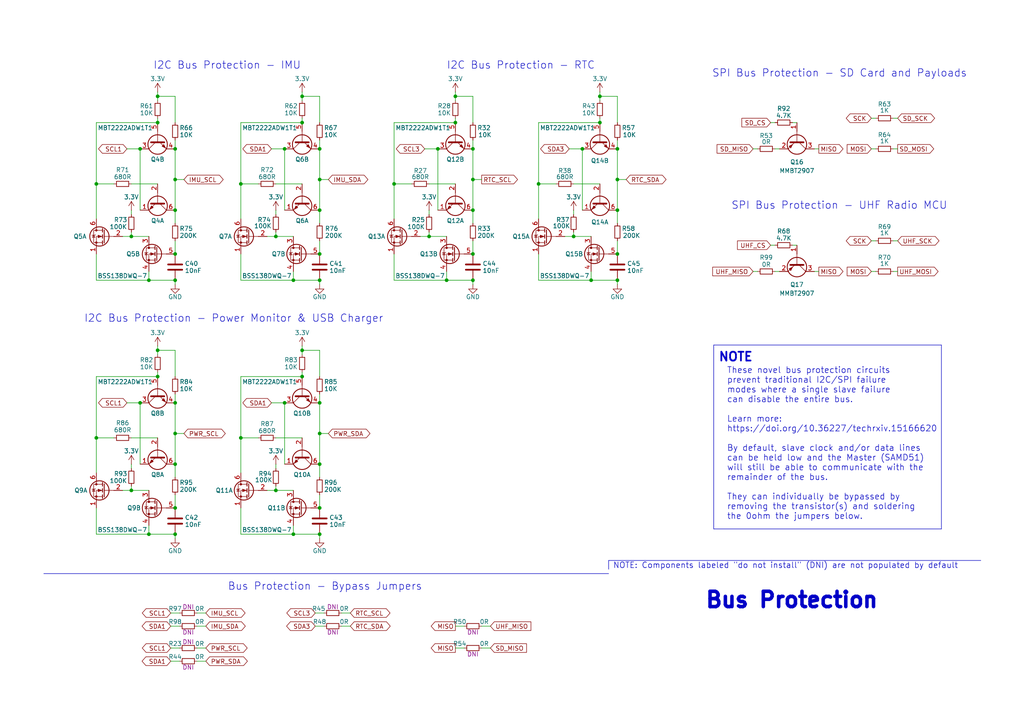
<source format=kicad_sch>
(kicad_sch (version 20231120) (generator "eeschema") (generator_version "8.0")
  (paper "A4")
  (title_block (title "Mainboard") (date "2024-06-16") (rev "v1.1") (company "Argus-1") (comment 1 "M. Holliday") (comment 2 "N. Khera"))
  (junction (at 50.8 147.32))
  (junction (at 92.71 52.07))
  (junction (at 137.16 60.96))
  (junction (at 87.63 101.6))
  (junction (at 137.16 43.18))
  (junction (at 114.3 53.34))
  (junction (at 50.8 116.84))
  (junction (at 132.08 27.94))
  (junction (at 137.16 81.28))
  (junction (at 124.46 68.58))
  (junction (at 50.8 134.62))
  (junction (at 45.72 35.56))
  (junction (at 82.55 116.84))
  (junction (at 179.07 43.18))
  (junction (at 85.09 154.94))
  (junction (at 179.07 73.66))
  (junction (at 45.72 27.94))
  (junction (at 50.8 73.66))
  (junction (at 40.64 43.18))
  (junction (at 173.99 27.94))
  (junction (at 92.71 60.96))
  (junction (at 43.18 81.28))
  (junction (at 179.07 81.28))
  (junction (at 50.8 43.18))
  (junction (at 92.71 116.84))
  (junction (at 166.37 68.58))
  (junction (at 137.16 73.66))
  (junction (at 45.72 101.6))
  (junction (at 50.8 81.28))
  (junction (at 132.08 35.56))
  (junction (at 50.8 125.73))
  (junction (at 50.8 154.94))
  (junction (at 137.16 52.07))
  (junction (at 43.18 154.94))
  (junction (at 92.71 81.28))
  (junction (at 50.8 60.96))
  (junction (at 87.63 109.22))
  (junction (at 127 43.18))
  (junction (at 38.1 68.58))
  (junction (at 92.71 154.94))
  (junction (at 179.07 60.96))
  (junction (at 27.94 127))
  (junction (at 80.01 68.58))
  (junction (at 179.07 52.07))
  (junction (at 87.63 35.56))
  (junction (at 129.54 81.28))
  (junction (at 92.71 125.73))
  (junction (at 27.94 53.34))
  (junction (at 80.01 142.24))
  (junction (at 45.72 109.22))
  (junction (at 171.45 81.28))
  (junction (at 50.8 52.07))
  (junction (at 69.85 127))
  (junction (at 87.63 27.94))
  (junction (at 92.71 43.18))
  (junction (at 69.85 53.34))
  (junction (at 82.55 43.18))
  (junction (at 40.64 116.84))
  (junction (at 38.1 142.24))
  (junction (at 92.71 147.32))
  (junction (at 173.99 35.56))
  (junction (at 168.91 43.18))
  (junction (at 156.21 53.34))
  (junction (at 92.71 134.62))
  (junction (at 92.71 73.66))
  (junction (at 85.09 81.28))
  (wire (pts (xy 40.64 43.18) (xy 40.64 60.96)))
  (wire (pts (xy 40.64 116.84) (xy 40.64 134.62)))
  (wire (pts (xy 49.53 177.8) (xy 52.07 177.8)))
  (wire (pts (xy 173.99 27.94) (xy 173.99 29.21)))
  (wire (pts (xy 69.85 73.66) (xy 69.85 81.28)))
  (wire (pts (xy 132.08 187.96) (xy 134.62 187.96)))
  (wire (pts (xy 49.53 187.96) (xy 52.07 187.96)))
  (wire (pts (xy 179.07 52.07) (xy 179.07 43.18)))
  (wire (pts (xy 80.01 142.24) (xy 85.09 142.24)))
  (wire (pts (xy 129.54 81.28) (xy 137.16 81.28)))
  (wire (pts (xy 252.73 34.29) (xy 254 34.29)))
  (wire (pts (xy 99.06 177.8) (xy 101.6 177.8)))
  (wire (pts (xy 91.44 177.8) (xy 93.98 177.8)))
  (wire (pts (xy 139.7 187.96) (xy 142.24 187.96)))
  (wire (pts (xy 156.21 35.56) (xy 173.99 35.56)))
  (wire (pts (xy 50.8 134.62) (xy 50.8 125.73)))
  (wire (pts (xy 49.53 191.77) (xy 52.07 191.77)))
  (wire (pts (xy 123.19 43.18) (xy 127 43.18)))
  (wire (pts (xy 50.8 40.64) (xy 50.8 43.18)))
  (wire (pts (xy 80.01 127) (xy 87.63 127)))
  (wire (pts (xy 78.74 116.84) (xy 82.55 116.84)))
  (wire (pts (xy 166.37 68.58) (xy 171.45 68.58)))
  (wire (pts (xy 80.01 67.31) (xy 80.01 68.58)))
  (wire (pts (xy 45.72 34.29) (xy 45.72 35.56)))
  (wire (pts (xy 224.79 43.18) (xy 226.06 43.18)))
  (wire (pts (xy 87.63 26.67) (xy 87.63 27.94)))
  (wire (pts (xy 129.54 78.74) (xy 129.54 81.28)))
  (wire (pts (xy 114.3 81.28) (xy 129.54 81.28)))
  (wire (pts (xy 57.15 177.8) (xy 59.69 177.8)))
  (wire (pts (xy 121.92 68.58) (xy 124.46 68.58)))
  (wire (pts (xy 137.16 60.96) (xy 137.16 64.77)))
  (wire (pts (xy 80.01 134.62) (xy 80.01 135.89)))
  (wire (pts (xy 38.1 134.62) (xy 38.1 135.89)))
  (wire (pts (xy 27.94 127) (xy 33.02 127)))
  (wire (pts (xy 80.01 68.58) (xy 85.09 68.58)))
  (wire (pts (xy 50.8 154.94) (xy 50.8 156.21)))
  (wire (pts (xy 259.08 34.29) (xy 260.35 34.29)))
  (wire (pts (xy 92.71 125.73) (xy 92.71 116.84)))
  (wire (pts (xy 82.55 43.18) (xy 82.55 60.96)))
  (wire (pts (xy 50.8 52.07) (xy 50.8 43.18)))
  (wire (pts (xy 137.16 52.07) (xy 137.16 43.18)))
  (wire (pts (xy 132.08 34.29) (xy 132.08 35.56)))
  (wire (pts (xy 43.18 78.74) (xy 43.18 81.28)))
  (wire (pts (xy 50.8 101.6) (xy 45.72 101.6)))
  (wire (pts (xy 259.08 78.74) (xy 260.35 78.74)))
  (wire (pts (xy 53.34 125.73) (xy 50.8 125.73)))
  (wire (pts (xy 114.3 63.5) (xy 114.3 53.34)))
  (polyline (pts (xy 176.53 162.56) (xy 284.48 162.56)))
  (wire (pts (xy 80.01 53.34) (xy 87.63 53.34)))
  (wire (pts (xy 85.09 81.28) (xy 92.71 81.28)))
  (wire (pts (xy 179.07 40.64) (xy 179.07 43.18)))
  (wire (pts (xy 224.79 78.74) (xy 226.06 78.74)))
  (wire (pts (xy 259.08 69.85) (xy 260.35 69.85)))
  (wire (pts (xy 237.49 78.74) (xy 236.22 78.74)))
  (wire (pts (xy 35.56 68.58) (xy 38.1 68.58)))
  (wire (pts (xy 27.94 53.34) (xy 27.94 35.56)))
  (wire (pts (xy 156.21 63.5) (xy 156.21 53.34)))
  (wire (pts (xy 223.52 35.56) (xy 224.79 35.56)))
  (wire (pts (xy 45.72 27.94) (xy 45.72 29.21)))
  (wire (pts (xy 45.72 107.95) (xy 45.72 109.22)))
  (wire (pts (xy 139.7 181.61) (xy 142.24 181.61)))
  (wire (pts (xy 92.71 134.62) (xy 92.71 125.73)))
  (wire (pts (xy 92.71 60.96) (xy 92.71 64.77)))
  (wire (pts (xy 179.07 27.94) (xy 173.99 27.94)))
  (wire (pts (xy 50.8 60.96) (xy 50.8 52.07)))
  (wire (pts (xy 229.87 71.12) (xy 231.14 71.12)))
  (wire (pts (xy 92.71 154.94) (xy 92.71 156.21)))
  (wire (pts (xy 92.71 40.64) (xy 92.71 43.18)))
  (wire (pts (xy 218.44 43.18) (xy 219.71 43.18)))
  (wire (pts (xy 166.37 53.34) (xy 173.99 53.34)))
  (wire (pts (xy 99.06 181.61) (xy 101.6 181.61)))
  (wire (pts (xy 87.63 107.95) (xy 87.63 109.22)))
  (wire (pts (xy 124.46 67.31) (xy 124.46 68.58)))
  (wire (pts (xy 45.72 101.6) (xy 45.72 100.33)))
  (wire (pts (xy 57.15 181.61) (xy 59.69 181.61)))
  (wire (pts (xy 45.72 26.67) (xy 45.72 27.94)))
  (wire (pts (xy 35.56 142.24) (xy 38.1 142.24)))
  (wire (pts (xy 127 43.18) (xy 127 60.96)))
  (wire (pts (xy 114.3 53.34) (xy 114.3 35.56)))
  (wire (pts (xy 36.83 43.18) (xy 40.64 43.18)))
  (wire (pts (xy 50.8 114.3) (xy 50.8 116.84)))
  (wire (pts (xy 27.94 63.5) (xy 27.94 53.34)))
  (wire (pts (xy 43.18 152.4) (xy 43.18 154.94)))
  (wire (pts (xy 50.8 101.6) (xy 50.8 109.22)))
  (wire (pts (xy 132.08 26.67) (xy 132.08 27.94)))
  (wire (pts (xy 38.1 127) (xy 45.72 127)))
  (wire (pts (xy 137.16 27.94) (xy 132.08 27.94)))
  (wire (pts (xy 50.8 143.51) (xy 50.8 147.32)))
  (wire (pts (xy 69.85 127) (xy 69.85 109.22)))
  (wire (pts (xy 92.71 27.94) (xy 87.63 27.94)))
  (wire (pts (xy 237.49 43.18) (xy 236.22 43.18)))
  (wire (pts (xy 124.46 68.58) (xy 129.54 68.58)))
  (wire (pts (xy 77.47 142.24) (xy 80.01 142.24)))
  (wire (pts (xy 156.21 81.28) (xy 171.45 81.28)))
  (wire (pts (xy 132.08 181.61) (xy 134.62 181.61)))
  (wire (pts (xy 92.71 60.96) (xy 92.71 52.07)))
  (wire (pts (xy 179.07 60.96) (xy 179.07 52.07)))
  (wire (pts (xy 45.72 101.6) (xy 45.72 102.87)))
  (wire (pts (xy 92.71 69.85) (xy 92.71 73.66)))
  (wire (pts (xy 171.45 81.28) (xy 179.07 81.28)))
  (wire (pts (xy 38.1 142.24) (xy 43.18 142.24)))
  (polyline (pts (xy 207.01 100.076) (xy 207.01 153.416)))
  (wire (pts (xy 173.99 26.67) (xy 173.99 27.94)))
  (wire (pts (xy 92.71 101.6) (xy 87.63 101.6)))
  (wire (pts (xy 92.71 81.28) (xy 92.71 82.55)))
  (wire (pts (xy 50.8 81.28) (xy 50.8 82.55)))
  (wire (pts (xy 69.85 81.28) (xy 85.09 81.28)))
  (wire (pts (xy 27.94 137.16) (xy 27.94 127)))
  (wire (pts (xy 114.3 73.66) (xy 114.3 81.28)))
  (wire (pts (xy 87.63 100.33) (xy 87.63 101.6)))
  (wire (pts (xy 77.47 68.58) (xy 80.01 68.58)))
  (wire (pts (xy 69.85 154.94) (xy 85.09 154.94)))
  (wire (pts (xy 85.09 78.74) (xy 85.09 81.28)))
  (wire (pts (xy 252.73 43.18) (xy 254 43.18)))
  (wire (pts (xy 53.34 52.07) (xy 50.8 52.07)))
  (wire (pts (xy 137.16 40.64) (xy 137.16 43.18)))
  (wire (pts (xy 50.8 27.94) (xy 50.8 35.56)))
  (wire (pts (xy 87.63 27.94) (xy 87.63 29.21)))
  (wire (pts (xy 69.85 137.16) (xy 69.85 127)))
  (wire (pts (xy 50.8 27.94) (xy 45.72 27.94)))
  (wire (pts (xy 179.07 27.94) (xy 179.07 35.56)))
  (wire (pts (xy 27.94 147.32) (xy 27.94 154.94)))
  (wire (pts (xy 229.87 35.56) (xy 231.14 35.56)))
  (wire (pts (xy 38.1 53.34) (xy 45.72 53.34)))
  (wire (pts (xy 156.21 53.34) (xy 156.21 35.56)))
  (wire (pts (xy 168.91 43.18) (xy 168.91 60.96)))
  (polyline (pts (xy 176.53 165.1) (xy 176.53 162.56)))
  (wire (pts (xy 27.94 154.94) (xy 43.18 154.94)))
  (wire (pts (xy 43.18 81.28) (xy 50.8 81.28)))
  (wire (pts (xy 166.37 67.31) (xy 166.37 68.58)))
  (wire (pts (xy 252.73 69.85) (xy 254 69.85)))
  (wire (pts (xy 137.16 27.94) (xy 137.16 35.56)))
  (wire (pts (xy 137.16 69.85) (xy 137.16 73.66)))
  (wire (pts (xy 27.94 109.22) (xy 45.72 109.22)))
  (wire (pts (xy 95.25 52.07) (xy 92.71 52.07)))
  (wire (pts (xy 27.94 53.34) (xy 33.02 53.34)))
  (wire (pts (xy 50.8 60.96) (xy 50.8 64.77)))
  (wire (pts (xy 179.07 60.96) (xy 179.07 64.77)))
  (wire (pts (xy 156.21 53.34) (xy 161.29 53.34)))
  (wire (pts (xy 69.85 35.56) (xy 87.63 35.56)))
  (wire (pts (xy 80.01 140.97) (xy 80.01 142.24)))
  (wire (pts (xy 38.1 67.31) (xy 38.1 68.58)))
  (wire (pts (xy 36.83 116.84) (xy 40.64 116.84)))
  (wire (pts (xy 57.15 187.96) (xy 59.69 187.96)))
  (wire (pts (xy 87.63 101.6) (xy 87.63 102.87)))
  (wire (pts (xy 91.44 181.61) (xy 93.98 181.61)))
  (wire (pts (xy 179.07 81.28) (xy 179.07 82.55)))
  (wire (pts (xy 163.83 68.58) (xy 166.37 68.58)))
  (wire (pts (xy 173.99 34.29) (xy 173.99 35.56)))
  (wire (pts (xy 50.8 125.73) (xy 50.8 116.84)))
  (wire (pts (xy 156.21 73.66) (xy 156.21 81.28)))
  (wire (pts (xy 27.94 35.56) (xy 45.72 35.56)))
  (wire (pts (xy 69.85 53.34) (xy 74.93 53.34)))
  (wire (pts (xy 27.94 81.28) (xy 43.18 81.28)))
  (wire (pts (xy 181.61 52.07) (xy 179.07 52.07)))
  (wire (pts (xy 137.16 60.96) (xy 137.16 52.07)))
  (wire (pts (xy 218.44 78.74) (xy 219.71 78.74)))
  (wire (pts (xy 139.7 52.07) (xy 137.16 52.07)))
  (wire (pts (xy 171.45 78.74) (xy 171.45 81.28)))
  (wire (pts (xy 114.3 35.56) (xy 132.08 35.56)))
  (wire (pts (xy 179.07 69.85) (xy 179.07 73.66)))
  (wire (pts (xy 78.74 43.18) (xy 82.55 43.18)))
  (wire (pts (xy 27.94 127) (xy 27.94 109.22)))
  (polyline (pts (xy 273.05 100.076) (xy 207.01 100.076)))
  (wire (pts (xy 223.52 71.12) (xy 224.79 71.12)))
  (wire (pts (xy 124.46 53.34) (xy 132.08 53.34)))
  (wire (pts (xy 43.18 154.94) (xy 50.8 154.94)))
  (wire (pts (xy 27.94 73.66) (xy 27.94 81.28)))
  (wire (pts (xy 252.73 78.74) (xy 254 78.74)))
  (wire (pts (xy 85.09 152.4) (xy 85.09 154.94)))
  (wire (pts (xy 92.71 52.07) (xy 92.71 43.18)))
  (wire (pts (xy 38.1 60.96) (xy 38.1 62.23)))
  (polyline (pts (xy 12.7 166.37) (xy 176.53 166.37)))
  (wire (pts (xy 69.85 63.5) (xy 69.85 53.34)))
  (polyline (pts (xy 273.05 153.416) (xy 273.05 100.076)))
  (wire (pts (xy 69.85 127) (xy 74.93 127)))
  (wire (pts (xy 124.46 60.96) (xy 124.46 62.23)))
  (wire (pts (xy 69.85 109.22) (xy 87.63 109.22)))
  (wire (pts (xy 92.71 143.51) (xy 92.71 147.32)))
  (wire (pts (xy 82.55 116.84) (xy 82.55 134.62)))
  (wire (pts (xy 50.8 69.85) (xy 50.8 73.66)))
  (wire (pts (xy 69.85 53.34) (xy 69.85 35.56)))
  (wire (pts (xy 38.1 68.58) (xy 43.18 68.58)))
  (wire (pts (xy 92.71 101.6) (xy 92.71 109.22)))
  (wire (pts (xy 92.71 114.3) (xy 92.71 116.84)))
  (wire (pts (xy 38.1 140.97) (xy 38.1 142.24)))
  (wire (pts (xy 87.63 34.29) (xy 87.63 35.56)))
  (wire (pts (xy 92.71 134.62) (xy 92.71 138.43)))
  (wire (pts (xy 85.09 154.94) (xy 92.71 154.94)))
  (wire (pts (xy 80.01 60.96) (xy 80.01 62.23)))
  (polyline (pts (xy 207.01 153.416) (xy 273.05 153.416)))
  (wire (pts (xy 50.8 134.62) (xy 50.8 138.43)))
  (wire (pts (xy 166.37 60.96) (xy 166.37 62.23)))
  (wire (pts (xy 69.85 147.32) (xy 69.85 154.94)))
  (wire (pts (xy 259.08 43.18) (xy 260.35 43.18)))
  (wire (pts (xy 132.08 27.94) (xy 132.08 29.21)))
  (wire (pts (xy 95.25 125.73) (xy 92.71 125.73)))
  (wire (pts (xy 57.15 191.77) (xy 59.69 191.77)))
  (wire (pts (xy 165.1 43.18) (xy 168.91 43.18)))
  (wire (pts (xy 137.16 82.55) (xy 137.16 81.28)))
  (wire (pts (xy 49.53 181.61) (xy 52.07 181.61)))
  (wire (pts (xy 114.3 53.34) (xy 119.38 53.34)))
  (wire (pts (xy 92.71 27.94) (xy 92.71 35.56)))
  (text "I2C Bus Protection - RTC" (at 129.54 20.32 0) (effects (font (size 2.159 2.159)) (justify left bottom)))
  (text "I2C Bus Protection - Power Monitor & USB Charger" (at 24.384 93.726 0) (effects (font (size 2.159 2.159)) (justify left bottom)))
  (text "SPI Bus Protection - UHF Radio MCU" (at 212.09 60.96 0) (effects (font (size 2.159 2.159)) (justify left bottom)))
  (text "SPI Bus Protection - SD Card and Payloads" (at 206.502 22.606 0) (effects (font (size 2.159 2.159)) (justify left bottom)))
  (text "These novel bus protection circuits\nprevent traditional I2C/SPI failure \nmodes where a single slave failure\ncan disable the entire bus.\n\nLearn more: \nhttps://doi.org/10.36227/techrxiv.15166620\n\nBy default, slave clock and/or data lines \ncan be held low and the Master (SAMD51) \nwill still be able to communicate with the \nremainder of the bus.\n\nThey can individually be bypassed by \nremoving the transistor(s) and soldering\nthe 0ohm the jumpers below." (at 210.82 150.876 0) (effects (font (size 1.7526 1.7526)) (justify left bottom)))
  (text "NOTE" (at 208.28 105.156 0) (effects (font (size 2.54 2.54) (thickness 0.508) (bold yes)) (justify left bottom)))
  (text "I2C Bus Protection - IMU" (at 44.45 20.32 0) (effects (font (size 2.159 2.159)) (justify left bottom)))
  (text "Bus Protection - Bypass Jumpers" (at 66.04 171.45 0) (effects (font (size 2.159 2.159)) (justify left bottom)))
  (text "NOTE: Components labeled \"do not install\" (DNI) are not populated by default" (at 177.8 165.1 0) (effects (font (size 1.651 1.651)) (justify left bottom)))
  (text "Bus Protection" (at 204.216 176.784 0) (effects (font (size 4.445 4.445) (thickness 1.016) (bold yes)) (justify left bottom)))
  (global_label "SD_SCK" (shape bidirectional) (at 260.35 34.29 0) (property "Intersheetrefs" "${INTERSHEET_REFS}" (effects (hide yes))))
  (global_label "SDA1" (shape bidirectional) (at 78.74 43.18 180) (property "Intersheetrefs" "${INTERSHEET_REFS}" (effects (hide yes))))
  (global_label "SD_MISO" (shape input) (at 218.44 43.18 180) (property "Intersheetrefs" "${INTERSHEET_REFS}" (effects (hide yes))))
  (global_label "IMU_SDA" (shape bidirectional) (at 59.69 181.61 0) (property "Intersheetrefs" "${INTERSHEET_REFS}" (effects (hide yes))))
  (global_label "RTC_SCL" (shape bidirectional) (at 101.6 177.8 0) (property "Intersheetrefs" "${INTERSHEET_REFS}" (effects (hide yes))))
  (global_label "MISO" (shape output) (at 132.08 181.61 180) (property "Intersheetrefs" "${INTERSHEET_REFS}" (effects (hide yes))))
  (global_label "PWR_SDA" (shape bidirectional) (at 59.69 191.77 0) (property "Intersheetrefs" "${INTERSHEET_REFS}" (effects (hide yes))))
  (global_label "SD_MOSI" (shape output) (at 260.35 43.18 0) (property "Intersheetrefs" "${INTERSHEET_REFS}" (effects (hide yes))))
  (global_label "RTC_SDA" (shape bidirectional) (at 181.61 52.07 0) (property "Intersheetrefs" "${INTERSHEET_REFS}" (effects (hide yes))))
  (global_label "MISO" (shape output) (at 132.08 187.96 180) (property "Intersheetrefs" "${INTERSHEET_REFS}" (effects (hide yes))))
  (global_label "SD_CS" (shape input) (at 223.52 35.56 180) (property "Intersheetrefs" "${INTERSHEET_REFS}" (effects (hide yes))))
  (global_label "SCL1" (shape bidirectional) (at 49.53 177.8 180) (property "Intersheetrefs" "${INTERSHEET_REFS}" (effects (hide yes))))
  (global_label "SCL1" (shape bidirectional) (at 49.53 187.96 180) (property "Intersheetrefs" "${INTERSHEET_REFS}" (effects (hide yes))))
  (global_label "UHF_MISO" (shape input) (at 218.44 78.74 180) (property "Intersheetrefs" "${INTERSHEET_REFS}" (effects (hide yes))))
  (global_label "SCL3" (shape bidirectional) (at 91.44 177.8 180) (property "Intersheetrefs" "${INTERSHEET_REFS}" (effects (hide yes))))
  (global_label "SCL3" (shape bidirectional) (at 123.19 43.18 180) (property "Intersheetrefs" "${INTERSHEET_REFS}" (effects (hide yes))))
  (global_label "SCK" (shape bidirectional) (at 252.73 34.29 180) (property "Intersheetrefs" "${INTERSHEET_REFS}" (effects (hide yes))))
  (global_label "SCK" (shape bidirectional) (at 252.73 69.85 180) (property "Intersheetrefs" "${INTERSHEET_REFS}" (effects (hide yes))))
  (global_label "IMU_SCL" (shape bidirectional) (at 59.69 177.8 0) (property "Intersheetrefs" "${INTERSHEET_REFS}" (effects (hide yes))))
  (global_label "PWR_SDA" (shape bidirectional) (at 95.25 125.73 0) (property "Intersheetrefs" "${INTERSHEET_REFS}" (effects (hide yes))))
  (global_label "MISO" (shape output) (at 237.49 43.18 0) (property "Intersheetrefs" "${INTERSHEET_REFS}" (effects (hide yes))))
  (global_label "MOSI" (shape input) (at 252.73 43.18 180) (property "Intersheetrefs" "${INTERSHEET_REFS}" (effects (hide yes))))
  (global_label "PWR_SCL" (shape bidirectional) (at 53.34 125.73 0) (property "Intersheetrefs" "${INTERSHEET_REFS}" (effects (hide yes))))
  (global_label "SDA3" (shape bidirectional) (at 165.1 43.18 180) (property "Intersheetrefs" "${INTERSHEET_REFS}" (effects (hide yes))))
  (global_label "SDA3" (shape bidirectional) (at 91.44 181.61 180) (property "Intersheetrefs" "${INTERSHEET_REFS}" (effects (hide yes))))
  (global_label "MISO" (shape output) (at 237.49 78.74 0) (property "Intersheetrefs" "${INTERSHEET_REFS}" (effects (hide yes))))
  (global_label "IMU_SDA" (shape bidirectional) (at 95.25 52.07 0) (property "Intersheetrefs" "${INTERSHEET_REFS}" (effects (hide yes))))
  (global_label "MOSI" (shape input) (at 252.73 78.74 180) (property "Intersheetrefs" "${INTERSHEET_REFS}" (effects (hide yes))))
  (global_label "SCL1" (shape bidirectional) (at 36.83 116.84 180) (property "Intersheetrefs" "${INTERSHEET_REFS}" (effects (hide yes))))
  (global_label "SDA1" (shape bidirectional) (at 78.74 116.84 180) (property "Intersheetrefs" "${INTERSHEET_REFS}" (effects (hide yes))))
  (global_label "UHF_MISO" (shape input) (at 142.24 181.61 0) (property "Intersheetrefs" "${INTERSHEET_REFS}" (effects (hide yes))))
  (global_label "UHF_SCK" (shape bidirectional) (at 260.35 69.85 0) (property "Intersheetrefs" "${INTERSHEET_REFS}" (effects (hide yes))))
  (global_label "SD_MISO" (shape input) (at 142.24 187.96 0) (property "Intersheetrefs" "${INTERSHEET_REFS}" (effects (hide yes))))
  (global_label "SDA1" (shape bidirectional) (at 49.53 191.77 180) (property "Intersheetrefs" "${INTERSHEET_REFS}" (effects (hide yes))))
  (global_label "IMU_SCL" (shape bidirectional) (at 53.34 52.07 0) (property "Intersheetrefs" "${INTERSHEET_REFS}" (effects (hide yes))))
  (global_label "PWR_SCL" (shape bidirectional) (at 59.69 187.96 0) (property "Intersheetrefs" "${INTERSHEET_REFS}" (effects (hide yes))))
  (global_label "UHF_CS" (shape input) (at 223.52 71.12 180) (property "Intersheetrefs" "${INTERSHEET_REFS}" (effects (hide yes))))
  (global_label "SDA1" (shape bidirectional) (at 49.53 181.61 180) (property "Intersheetrefs" "${INTERSHEET_REFS}" (effects (hide yes))))
  (global_label "UHF_MOSI" (shape output) (at 260.35 78.74 0) (property "Intersheetrefs" "${INTERSHEET_REFS}" (effects (hide yes))))
  (global_label "RTC_SDA" (shape bidirectional) (at 101.6 181.61 0) (property "Intersheetrefs" "${INTERSHEET_REFS}" (effects (hide yes))))
  (global_label "SCL1" (shape bidirectional) (at 36.83 43.18 180) (property "Intersheetrefs" "${INTERSHEET_REFS}" (effects (hide yes))))
  (global_label "RTC_SCL" (shape output) (at 139.7 52.07 0) (property "Intersheetrefs" "${INTERSHEET_REFS}" (effects (hide yes))))
  (symbol (lib_id "Mainboard:BSS138DWQ-7") (at 29.21 68.58 0) (mirror y) (unit 1)
    (property "Reference" "Q5" (at 25.146 68.58 0) (effects (justify left)))
    (property "Value" "BSS138DWQ-7" (at 42.672 80.01 0) (effects (justify left)))
    (property "Footprint" "Package_TO_SOT_SMD:SOT-363_SC-70-6" (effects (hide yes)))
    (property "Datasheet" "https://www.diodes.com/assets/Datasheets/BSS138DWQ.pdf" (effects (hide yes)))
    (property "Description" "Dual N-Channel MOSFET - 2NMOS" (effects (hide yes)))
    (property "Flight" "BSS138DWQ-7" (effects (hide yes)))
    (property "Manufacturer_Name" "Diodes Incorporated" (effects (hide yes)))
    (property "Manufacturer_Part_Number" "BSS138DWQ-7" (effects (hide yes)))
    (property "Proto" "BSS138DWQ-7" (effects (hide yes)))
  )
  (symbol (lib_id "Mainboard:BSS138DWQ-7") (at 44.45 73.66 0) (mirror y) (unit 2)
    (property "Reference" "Q5" (at 40.64 73.66 0) (effects (justify left)))
    (property "Value" "BSS138DWQ-7" (effects (hide yes)))
    (property "Footprint" "Package_TO_SOT_SMD:SOT-363_SC-70-6" (effects (hide yes)))
    (property "Datasheet" "https://www.diodes.com/assets/Datasheets/BSS138DWQ.pdf" (effects (hide yes)))
    (property "Description" "Dual N-Channel MOSFET - 2NMOS" (effects (hide yes)))
    (property "Flight" "BSS138DWQ-7" (effects (hide yes)))
    (property "Manufacturer_Name" "Diodes Incorporated" (effects (hide yes)))
    (property "Manufacturer_Part_Number" "BSS138DWQ-7" (effects (hide yes)))
    (property "Proto" "BSS138DWQ-7" (effects (hide yes)))
  )
  (symbol (lib_id "Transistor_BJT:MBT2222ADW1T1") (at 45.72 58.42 270) (unit 1)
    (property "Reference" "Q4" (at 45.72 64.008 90))
    (property "Value" "MBT2222ADW1T1" (effects (hide yes)))
    (property "Footprint" "Package_TO_SOT_SMD:SOT-363_SC-70-6" (effects (hide yes)))
    (property "Datasheet" "http://www.onsemi.com/pub_link/Collateral/MBT2222ADW1T1-D.PDF" (effects (hide yes)))
    (property "Description" "Dual NPN BJT - 2NPN" (effects (hide yes)))
    (property "Flight" "MBT2222ADW1T1G" (effects (hide yes)))
    (property "Manufacturer_Name" "ON Semiconductor" (effects (hide yes)))
    (property "Manufacturer_Part_Number" "MBT2222ADW1T1G" (effects (hide yes)))
    (property "Proto" "MBT2222ADW1T1G" (effects (hide yes)))
  )
  (symbol (lib_id "Transistor_BJT:MBT2222ADW1T1") (at 45.72 40.64 90) (mirror x) (unit 2)
    (property "Reference" "Q4" (at 45.72 46.228 90))
    (property "Value" "MBT2222ADW1T1" (at 36.322 37.084 90))
    (property "Footprint" "Package_TO_SOT_SMD:SOT-363_SC-70-6" (effects (hide yes)))
    (property "Datasheet" "http://www.onsemi.com/pub_link/Collateral/MBT2222ADW1T1-D.PDF" (effects (hide yes)))
    (property "Description" "Dual NPN BJT - 2NPN" (effects (hide yes)))
    (property "Flight" "MBT2222ADW1T1G" (effects (hide yes)))
    (property "Manufacturer_Name" "ON Semiconductor" (effects (hide yes)))
    (property "Manufacturer_Part_Number" "MBT2222ADW1T1G" (effects (hide yes)))
    (property "Proto" "MBT2222ADW1T1G" (effects (hide yes)))
  )
  (symbol (lib_id "Device:C") (at 50.8 77.47 0) (unit 1)
    (property "Reference" "C40" (at 53.594 76.454 0) (effects (justify left)))
    (property "Value" "10nF" (at 53.594 78.486 0) (effects (justify left)))
    (property "Footprint" "Capacitor_SMD:C_0603_1608Metric" (effects (hide yes)))
    (property "Description" "10nF +-10% 50V X7R" (effects (hide yes)))
  )
  (symbol (lib_id "power:GND") (at 50.8 82.55 0) (unit 1)
    (property "Reference" "#GND045" (effects (hide yes)))
    (property "Value" "GND" (at 50.8 86.106 0))
    (property "Description" "Power symbol creates a global label with name \"GND\" , ground" (effects (hide yes)))
  )
  (symbol (lib_id "Device:R_Small") (at 50.8 38.1 0) (unit 1)
    (property "Reference" "R66" (at 52.07 37.084 0) (effects (justify left)))
    (property "Value" "10K" (at 52.07 39.116 0) (effects (justify left)))
    (property "Footprint" "Resistor_SMD:R_0603_1608Metric" (effects (hide yes)))
    (property "Description" "Resistor, small symbol" (effects (hide yes)))
  )
  (symbol (lib_id "Device:R_Small") (at 45.72 31.75 0) (unit 1)
    (property "Reference" "R61" (at 44.45 30.734 0) (effects (justify right)))
    (property "Value" "10K" (at 44.45 32.766 0) (effects (justify right)))
    (property "Footprint" "Resistor_SMD:R_0603_1608Metric" (effects (hide yes)))
    (property "Description" "Resistor, small symbol" (effects (hide yes)))
  )
  (symbol (lib_id "power:+3.3V") (at 45.72 26.67 0) (unit 1)
    (property "Reference" "#P+01" (effects (hide yes)))
    (property "Value" "3.3V" (at 45.72 22.86 0))
    (property "Description" "Power symbol creates a global label with name \"+3.3V\"" (effects (hide yes)))
  )
  (symbol (lib_id "Device:R_Small") (at 35.56 53.34 270) (unit 1)
    (property "Reference" "R71" (at 35.56 49.276 90))
    (property "Value" "680R" (at 35.56 51.308 90))
    (property "Footprint" "Resistor_SMD:R_0603_1608Metric" (effects (hide yes)))
    (property "Description" "Resistor, small symbol" (effects (hide yes)))
  )
  (symbol (lib_id "Device:R_Small") (at 38.1 64.77 0) (unit 1)
    (property "Reference" "R73" (at 33.02 63.754 0) (effects (justify left)))
    (property "Value" "100K" (at 31.75 65.786 0) (effects (justify left)))
    (property "Footprint" "Resistor_SMD:R_0603_1608Metric" (effects (hide yes)))
    (property "Description" "Resistor, small symbol" (effects (hide yes)))
  )
  (symbol (lib_id "Device:R_Small") (at 50.8 67.31 0) (unit 1)
    (property "Reference" "R75" (at 52.07 66.294 0) (effects (justify left)))
    (property "Value" "200K" (at 52.07 68.326 0) (effects (justify left)))
    (property "Footprint" "Resistor_SMD:R_0603_1608Metric" (effects (hide yes)))
    (property "Description" "Resistor, small symbol" (effects (hide yes)))
  )
  (symbol (lib_id "Transistor_BJT:MBT2222ADW1T1") (at 87.63 58.42 270) (unit 1)
    (property "Reference" "Q6" (at 87.63 64.008 90))
    (property "Value" "MBT2222ADW1T1" (effects (hide yes)))
    (property "Footprint" "Package_TO_SOT_SMD:SOT-363_SC-70-6" (effects (hide yes)))
    (property "Datasheet" "http://www.onsemi.com/pub_link/Collateral/MBT2222ADW1T1-D.PDF" (effects (hide yes)))
    (property "Description" "Dual NPN BJT - 2NPN" (effects (hide yes)))
    (property "Flight" "MBT2222ADW1T1G" (effects (hide yes)))
    (property "Manufacturer_Name" "ON Semiconductor" (effects (hide yes)))
    (property "Manufacturer_Part_Number" "MBT2222ADW1T1G" (effects (hide yes)))
    (property "Proto" "MBT2222ADW1T1G" (effects (hide yes)))
  )
  (symbol (lib_id "Transistor_BJT:MBT2222ADW1T1") (at 87.63 40.64 90) (mirror x) (unit 2)
    (property "Reference" "Q6" (at 87.63 46.228 90))
    (property "Value" "MBT2222ADW1T1" (at 78.232 37.084 90))
    (property "Footprint" "Package_TO_SOT_SMD:SOT-363_SC-70-6" (effects (hide yes)))
    (property "Datasheet" "http://www.onsemi.com/pub_link/Collateral/MBT2222ADW1T1-D.PDF" (effects (hide yes)))
    (property "Description" "Dual NPN BJT - 2NPN" (effects (hide yes)))
    (property "Flight" "MBT2222ADW1T1G" (effects (hide yes)))
    (property "Manufacturer_Name" "ON Semiconductor" (effects (hide yes)))
    (property "Manufacturer_Part_Number" "MBT2222ADW1T1G" (effects (hide yes)))
    (property "Proto" "MBT2222ADW1T1G" (effects (hide yes)))
  )
  (symbol (lib_id "Device:C") (at 92.71 77.47 0) (unit 1)
    (property "Reference" "C41" (at 95.504 76.454 0) (effects (justify left)))
    (property "Value" "10nF" (at 95.504 78.486 0) (effects (justify left)))
    (property "Footprint" "Capacitor_SMD:C_0603_1608Metric" (effects (hide yes)))
    (property "Description" "10nF +-10% 50V X7R" (effects (hide yes)))
  )
  (symbol (lib_id "Device:R_Small") (at 87.63 31.75 0) (unit 1)
    (property "Reference" "R62" (at 86.36 30.734 0) (effects (justify right)))
    (property "Value" "10K" (at 86.36 32.766 0) (effects (justify right)))
    (property "Footprint" "Resistor_SMD:R_0603_1608Metric" (effects (hide yes)))
    (property "Description" "Resistor, small symbol" (effects (hide yes)))
  )
  (symbol (lib_id "power:+3.3V") (at 87.63 26.67 0) (unit 1)
    (property "Reference" "#P+02" (effects (hide yes)))
    (property "Value" "3.3V" (at 87.63 22.86 0))
    (property "Description" "Power symbol creates a global label with name \"+3.3V\"" (effects (hide yes)))
  )
  (symbol (lib_id "Device:R_Small") (at 77.47 53.34 270) (unit 1)
    (property "Reference" "R72" (at 77.47 49.276 90))
    (property "Value" "680R" (at 77.47 51.308 90))
    (property "Footprint" "Resistor_SMD:R_0603_1608Metric" (effects (hide yes)))
    (property "Description" "Resistor, small symbol" (effects (hide yes)))
  )
  (symbol (lib_id "Mainboard:BSS138DWQ-7") (at 86.36 73.66 0) (mirror y) (unit 2)
    (property "Reference" "Q7" (at 82.804 73.66 0) (effects (justify left)))
    (property "Value" "BSS138DWQ-7" (effects (hide yes)))
    (property "Footprint" "Package_TO_SOT_SMD:SOT-363_SC-70-6" (effects (hide yes)))
    (property "Datasheet" "https://www.diodes.com/assets/Datasheets/BSS138DWQ.pdf" (effects (hide yes)))
    (property "Description" "Dual N-Channel MOSFET - 2NMOS" (effects (hide yes)))
    (property "Flight" "BSS138DWQ-7" (effects (hide yes)))
    (property "Manufacturer_Name" "Diodes Incorporated" (effects (hide yes)))
    (property "Manufacturer_Part_Number" "BSS138DWQ-7" (effects (hide yes)))
    (property "Proto" "BSS138DWQ-7" (effects (hide yes)))
  )
  (symbol (lib_id "Device:R_Small") (at 92.71 67.31 0) (unit 1)
    (property "Reference" "R76" (at 94.234 66.294 0) (effects (justify left)))
    (property "Value" "200K" (at 94.234 68.326 0) (effects (justify left)))
    (property "Footprint" "Resistor_SMD:R_0603_1608Metric" (effects (hide yes)))
    (property "Description" "Resistor, small symbol" (effects (hide yes)))
  )
  (symbol (lib_id "Device:R_Small") (at 80.01 64.77 0) (unit 1)
    (property "Reference" "R74" (at 74.676 63.754 0) (effects (justify left)))
    (property "Value" "100K" (at 73.66 65.532 0) (effects (justify left)))
    (property "Footprint" "Resistor_SMD:R_0603_1608Metric" (effects (hide yes)))
    (property "Description" "Resistor, small symbol" (effects (hide yes)))
  )
  (symbol (lib_id "Mainboard:BSS138DWQ-7") (at 71.12 68.58 0) (mirror y) (unit 1)
    (property "Reference" "Q7" (at 67.31 68.58 0) (effects (justify left)))
    (property "Value" "BSS138DWQ-7" (at 84.582 80.01 0) (effects (justify left)))
    (property "Footprint" "Package_TO_SOT_SMD:SOT-363_SC-70-6" (effects (hide yes)))
    (property "Datasheet" "https://www.diodes.com/assets/Datasheets/BSS138DWQ.pdf" (effects (hide yes)))
    (property "Description" "Dual N-Channel MOSFET - 2NMOS" (effects (hide yes)))
    (property "Flight" "BSS138DWQ-7" (effects (hide yes)))
    (property "Manufacturer_Name" "Diodes Incorporated" (effects (hide yes)))
    (property "Manufacturer_Part_Number" "BSS138DWQ-7" (effects (hide yes)))
    (property "Proto" "BSS138DWQ-7" (effects (hide yes)))
  )
  (symbol (lib_id "Device:R_Small") (at 92.71 38.1 0) (unit 1)
    (property "Reference" "R67" (at 93.98 37.084 0) (effects (justify left)))
    (property "Value" "10K" (at 93.98 39.116 0) (effects (justify left)))
    (property "Footprint" "Resistor_SMD:R_0603_1608Metric" (effects (hide yes)))
    (property "Description" "Resistor, small symbol" (effects (hide yes)))
  )
  (symbol (lib_id "Transistor_BJT:MBT2222ADW1T1") (at 45.72 114.3 90) (mirror x) (unit 2)
    (property "Reference" "Q8" (at 45.72 119.888 90))
    (property "Value" "MBT2222ADW1T1" (at 36.322 110.744 90))
    (property "Footprint" "Package_TO_SOT_SMD:SOT-363_SC-70-6" (effects (hide yes)))
    (property "Datasheet" "http://www.onsemi.com/pub_link/Collateral/MBT2222ADW1T1-D.PDF" (effects (hide yes)))
    (property "Description" "Dual NPN BJT - 2NPN" (effects (hide yes)))
    (property "Flight" "MBT2222ADW1T1G" (effects (hide yes)))
    (property "Manufacturer_Name" "ON Semiconductor" (effects (hide yes)))
    (property "Manufacturer_Part_Number" "MBT2222ADW1T1G" (effects (hide yes)))
    (property "Proto" "MBT2222ADW1T1G" (effects (hide yes)))
  )
  (symbol (lib_id "Device:C") (at 50.8 151.13 0) (unit 1)
    (property "Reference" "C42" (at 53.594 150.114 0) (effects (justify left)))
    (property "Value" "10nF" (at 53.594 152.146 0) (effects (justify left)))
    (property "Footprint" "Capacitor_SMD:C_0603_1608Metric" (effects (hide yes)))
    (property "Description" "10nF +-10% 50V X7R" (effects (hide yes)))
  )
  (symbol (lib_id "Device:R_Small") (at 45.72 105.41 0) (unit 1)
    (property "Reference" "R82" (at 44.45 104.394 0) (effects (justify right)))
    (property "Value" "10K" (at 44.45 106.426 0) (effects (justify right)))
    (property "Footprint" "Resistor_SMD:R_0603_1608Metric" (effects (hide yes)))
    (property "Description" "Resistor, small symbol" (effects (hide yes)))
  )
  (symbol (lib_id "Device:R_Small") (at 35.56 127 270) (unit 1)
    (property "Reference" "R86" (at 35.56 122.682 90))
    (property "Value" "680R" (at 35.56 124.714 90))
    (property "Footprint" "Resistor_SMD:R_0603_1608Metric" (effects (hide yes)))
    (property "Description" "Resistor, small symbol" (effects (hide yes)))
  )
  (symbol (lib_id "Mainboard:BSS138DWQ-7") (at 44.45 147.32 0) (mirror y) (unit 2)
    (property "Reference" "Q9" (at 40.894 147.32 0) (effects (justify left)))
    (property "Value" "BSS138DWQ-7" (effects (hide yes)))
    (property "Footprint" "Package_TO_SOT_SMD:SOT-363_SC-70-6" (effects (hide yes)))
    (property "Datasheet" "https://www.diodes.com/assets/Datasheets/BSS138DWQ.pdf" (effects (hide yes)))
    (property "Description" "Dual N-Channel MOSFET - 2NMOS" (effects (hide yes)))
    (property "Flight" "BSS138DWQ-7" (effects (hide yes)))
    (property "Manufacturer_Name" "Diodes Incorporated" (effects (hide yes)))
    (property "Manufacturer_Part_Number" "BSS138DWQ-7" (effects (hide yes)))
    (property "Proto" "BSS138DWQ-7" (effects (hide yes)))
  )
  (symbol (lib_id "Device:R_Small") (at 50.8 140.97 0) (unit 1)
    (property "Reference" "R95" (at 52.07 139.954 0) (effects (justify left)))
    (property "Value" "200K" (at 52.07 141.986 0) (effects (justify left)))
    (property "Footprint" "Resistor_SMD:R_0603_1608Metric" (effects (hide yes)))
    (property "Description" "Resistor, small symbol" (effects (hide yes)))
  )
  (symbol (lib_id "Device:R_Small") (at 38.1 138.43 0) (unit 1)
    (property "Reference" "R93" (at 33.02 137.414 0) (effects (justify left)))
    (property "Value" "100K" (at 31.75 139.446 0) (effects (justify left)))
    (property "Footprint" "Resistor_SMD:R_0603_1608Metric" (effects (hide yes)))
    (property "Description" "Resistor, small symbol" (effects (hide yes)))
  )
  (symbol (lib_id "Mainboard:BSS138DWQ-7") (at 29.21 142.24 0) (mirror y) (unit 1)
    (property "Reference" "Q9" (at 25.4 142.24 0) (effects (justify left)))
    (property "Value" "BSS138DWQ-7" (at 42.672 153.67 0) (effects (justify left)))
    (property "Footprint" "Package_TO_SOT_SMD:SOT-363_SC-70-6" (effects (hide yes)))
    (property "Datasheet" "https://www.diodes.com/assets/Datasheets/BSS138DWQ.pdf" (effects (hide yes)))
    (property "Description" "Dual N-Channel MOSFET - 2NMOS" (effects (hide yes)))
    (property "Flight" "BSS138DWQ-7" (effects (hide yes)))
    (property "Manufacturer_Name" "Diodes Incorporated" (effects (hide yes)))
    (property "Manufacturer_Part_Number" "BSS138DWQ-7" (effects (hide yes)))
    (property "Proto" "BSS138DWQ-7" (effects (hide yes)))
  )
  (symbol (lib_id "Device:R_Small") (at 50.8 111.76 0) (unit 1)
    (property "Reference" "R84" (at 52.07 110.744 0) (effects (justify left)))
    (property "Value" "10K" (at 52.07 112.776 0) (effects (justify left)))
    (property "Footprint" "Resistor_SMD:R_0603_1608Metric" (effects (hide yes)))
    (property "Description" "Resistor, small symbol" (effects (hide yes)))
  )
  (symbol (lib_id "Transistor_BJT:MBT2222ADW1T1") (at 87.63 114.3 90) (mirror x) (unit 2)
    (property "Reference" "Q10" (at 87.63 119.888 90))
    (property "Value" "MBT2222ADW1T1" (at 78.232 110.744 90))
    (property "Footprint" "Package_TO_SOT_SMD:SOT-363_SC-70-6" (effects (hide yes)))
    (property "Datasheet" "http://www.onsemi.com/pub_link/Collateral/MBT2222ADW1T1-D.PDF" (effects (hide yes)))
    (property "Description" "Dual NPN BJT - 2NPN" (effects (hide yes)))
    (property "Flight" "MBT2222ADW1T1G" (effects (hide yes)))
    (property "Manufacturer_Name" "ON Semiconductor" (effects (hide yes)))
    (property "Manufacturer_Part_Number" "MBT2222ADW1T1G" (effects (hide yes)))
    (property "Proto" "MBT2222ADW1T1G" (effects (hide yes)))
  )
  (symbol (lib_id "Device:C") (at 92.71 151.13 0) (unit 1)
    (property "Reference" "C43" (at 95.504 150.114 0) (effects (justify left)))
    (property "Value" "10nF" (at 95.504 152.146 0) (effects (justify left)))
    (property "Footprint" "Capacitor_SMD:C_0603_1608Metric" (effects (hide yes)))
    (property "Description" "10nF +-10% 50V X7R" (effects (hide yes)))
  )
  (symbol (lib_id "Device:R_Small") (at 87.63 105.41 0) (unit 1)
    (property "Reference" "R83" (at 86.36 104.394 0) (effects (justify right)))
    (property "Value" "10K" (at 86.36 106.426 0) (effects (justify right)))
    (property "Footprint" "Resistor_SMD:R_0603_1608Metric" (effects (hide yes)))
    (property "Description" "Resistor, small symbol" (effects (hide yes)))
  )
  (symbol (lib_id "Device:R_Small") (at 77.47 127 270) (unit 1)
    (property "Reference" "R87" (at 77.47 122.936 90))
    (property "Value" "680R" (at 77.47 124.968 90))
    (property "Footprint" "Resistor_SMD:R_0603_1608Metric" (effects (hide yes)))
    (property "Description" "Resistor, small symbol" (effects (hide yes)))
  )
  (symbol (lib_id "Mainboard:BSS138DWQ-7") (at 86.36 147.32 0) (mirror y) (unit 2)
    (property "Reference" "Q11" (at 82.804 147.32 0) (effects (justify left)))
    (property "Value" "BSS138DWQ-7" (effects (hide yes)))
    (property "Footprint" "Package_TO_SOT_SMD:SOT-363_SC-70-6" (effects (hide yes)))
    (property "Datasheet" "https://www.diodes.com/assets/Datasheets/BSS138DWQ.pdf" (effects (hide yes)))
    (property "Description" "Dual N-Channel MOSFET - 2NMOS" (effects (hide yes)))
    (property "Flight" "BSS138DWQ-7" (effects (hide yes)))
    (property "Manufacturer_Name" "Diodes Incorporated" (effects (hide yes)))
    (property "Manufacturer_Part_Number" "BSS138DWQ-7" (effects (hide yes)))
    (property "Proto" "BSS138DWQ-7" (effects (hide yes)))
  )
  (symbol (lib_id "Device:R_Small") (at 92.71 140.97 0) (unit 1)
    (property "Reference" "R96" (at 93.98 139.954 0) (effects (justify left)))
    (property "Value" "200K" (at 93.98 141.986 0) (effects (justify left)))
    (property "Footprint" "Resistor_SMD:R_0603_1608Metric" (effects (hide yes)))
    (property "Description" "Resistor, small symbol" (effects (hide yes)))
  )
  (symbol (lib_id "Device:R_Small") (at 80.01 138.43 0) (unit 1)
    (property "Reference" "R94" (at 74.93 137.414 0) (effects (justify left)))
    (property "Value" "100K" (at 73.914 139.192 0) (effects (justify left)))
    (property "Footprint" "Resistor_SMD:R_0603_1608Metric" (effects (hide yes)))
    (property "Description" "Resistor, small symbol" (effects (hide yes)))
  )
  (symbol (lib_id "Mainboard:BSS138DWQ-7") (at 71.12 142.24 0) (mirror y) (unit 1)
    (property "Reference" "Q11" (at 67.564 142.24 0) (effects (justify left)))
    (property "Value" "BSS138DWQ-7" (at 84.582 153.67 0) (effects (justify left)))
    (property "Footprint" "Package_TO_SOT_SMD:SOT-363_SC-70-6" (effects (hide yes)))
    (property "Datasheet" "https://www.diodes.com/assets/Datasheets/BSS138DWQ.pdf" (effects (hide yes)))
    (property "Description" "Dual N-Channel MOSFET - 2NMOS" (effects (hide yes)))
    (property "Flight" "BSS138DWQ-7" (effects (hide yes)))
    (property "Manufacturer_Name" "Diodes Incorporated" (effects (hide yes)))
    (property "Manufacturer_Part_Number" "BSS138DWQ-7" (effects (hide yes)))
    (property "Proto" "BSS138DWQ-7" (effects (hide yes)))
  )
  (symbol (lib_id "Device:R_Small") (at 92.71 111.76 0) (unit 1)
    (property "Reference" "R85" (at 93.98 110.744 0) (effects (justify left)))
    (property "Value" "10K" (at 93.98 112.776 0) (effects (justify left)))
    (property "Footprint" "Resistor_SMD:R_0603_1608Metric" (effects (hide yes)))
    (property "Description" "Resistor, small symbol" (effects (hide yes)))
  )
  (symbol (lib_id "Device:R_Small") (at 227.33 71.12 270) (unit 1)
    (property "Reference" "R68" (at 227.33 67.056 90))
    (property "Value" "4.7K" (at 227.33 69.088 90))
    (property "Footprint" "Resistor_SMD:R_0603_1608Metric" (effects (hide yes)))
    (property "Description" "Resistor, small symbol" (effects (hide yes)))
  )
  (symbol (lib_id "Device:R_Small") (at 256.54 34.29 270) (unit 1)
    (property "Reference" "R63" (at 256.54 30.226 90))
    (property "Value" "1K" (at 256.54 32.004 90))
    (property "Footprint" "Resistor_SMD:R_0603_1608Metric" (effects (hide yes)))
    (property "Description" "Resistor, small symbol" (effects (hide yes)))
  )
  (symbol (lib_id "Device:R_Small") (at 256.54 69.85 270) (unit 1)
    (property "Reference" "R69" (at 256.54 65.786 90))
    (property "Value" "1K" (at 256.54 67.564 90))
    (property "Footprint" "Resistor_SMD:R_0603_1608Metric" (effects (hide yes)))
    (property "Description" "Resistor, small symbol" (effects (hide yes)))
  )
  (symbol (lib_id "Device:R_Small") (at 256.54 43.18 270) (unit 1)
    (property "Reference" "R64" (at 256.54 39.116 90))
    (property "Value" "1K" (at 256.54 40.894 90))
    (property "Footprint" "Resistor_SMD:R_0603_1608Metric" (effects (hide yes)))
    (property "Description" "Resistor, small symbol" (effects (hide yes)))
  )
  (symbol (lib_id "Transistor_BJT:MBT2222ADW1T1") (at 45.72 132.08 270) (unit 1)
    (property "Reference" "Q8" (at 45.72 137.668 90))
    (property "Value" "MBT2222ADW1T1" (effects (hide yes)))
    (property "Footprint" "Package_TO_SOT_SMD:SOT-363_SC-70-6" (effects (hide yes)))
    (property "Datasheet" "http://www.onsemi.com/pub_link/Collateral/MBT2222ADW1T1-D.PDF" (effects (hide yes)))
    (property "Description" "Dual NPN BJT - 2NPN" (effects (hide yes)))
    (property "Flight" "MBT2222ADW1T1G" (effects (hide yes)))
    (property "Manufacturer_Name" "ON Semiconductor" (effects (hide yes)))
    (property "Manufacturer_Part_Number" "MBT2222ADW1T1G" (effects (hide yes)))
    (property "Proto" "MBT2222ADW1T1G" (effects (hide yes)))
  )
  (symbol (lib_id "Transistor_BJT:MBT2222ADW1T1") (at 87.63 132.08 270) (unit 1)
    (property "Reference" "Q10" (at 87.63 137.668 90))
    (property "Value" "MBT2222ADW1T1" (effects (hide yes)))
    (property "Footprint" "Package_TO_SOT_SMD:SOT-363_SC-70-6" (effects (hide yes)))
    (property "Datasheet" "http://www.onsemi.com/pub_link/Collateral/MBT2222ADW1T1-D.PDF" (effects (hide yes)))
    (property "Description" "Dual NPN BJT - 2NPN" (effects (hide yes)))
    (property "Flight" "MBT2222ADW1T1G" (effects (hide yes)))
    (property "Manufacturer_Name" "ON Semiconductor" (effects (hide yes)))
    (property "Manufacturer_Part_Number" "MBT2222ADW1T1G" (effects (hide yes)))
    (property "Proto" "MBT2222ADW1T1G" (effects (hide yes)))
  )
  (symbol (lib_id "Device:R_Small") (at 54.61 191.77 270) (unit 1)
    (property "Reference" "R44" (at 50.8 190.5 90))
    (property "Value" "0R" (at 57.912 190.5 90))
    (property "Footprint" "Resistor_SMD:R_0603_1608Metric" (effects (hide yes)))
    (property "Description" "Resistor, small symbol" (effects (hide yes)))
    (property "DNI" "DNI" (at 54.61 193.548 90))
  )
  (symbol (lib_id "Device:R_Small") (at 54.61 177.8 270) (unit 1)
    (property "Reference" "R97" (at 50.8 176.53 90))
    (property "Value" "0R" (at 57.912 176.53 90))
    (property "Footprint" "Resistor_SMD:R_0603_1608Metric" (effects (hide yes)))
    (property "Description" "Resistor, small symbol" (effects (hide yes)))
    (property "DNI" "DNI" (at 54.61 176.022 90))
  )
  (symbol (lib_id "Device:R_Small") (at 54.61 181.61 270) (unit 1)
    (property "Reference" "R98" (at 50.8 180.34 90))
    (property "Value" "0R" (at 57.912 180.34 90))
    (property "Footprint" "Resistor_SMD:R_0603_1608Metric" (effects (hide yes)))
    (property "Description" "Resistor, small symbol" (effects (hide yes)))
    (property "DNI" "DNI" (at 54.61 183.388 90))
  )
  (symbol (lib_id "Device:R_Small") (at 137.16 181.61 270) (unit 1)
    (property "Reference" "R50" (at 133.35 180.34 90))
    (property "Value" "0R" (at 140.462 180.34 90))
    (property "Footprint" "Resistor_SMD:R_0603_1608Metric" (effects (hide yes)))
    (property "Description" "Resistor, small symbol" (effects (hide yes)))
    (property "DNI" "DNI" (at 137.16 183.388 90))
  )
  (symbol (lib_id "Device:R_Small") (at 137.16 187.96 270) (unit 1)
    (property "Reference" "R54" (at 133.35 186.69 90))
    (property "Value" "0R" (at 140.462 186.69 90))
    (property "Footprint" "Resistor_SMD:R_0603_1608Metric" (effects (hide yes)))
    (property "Description" "Resistor, small symbol" (effects (hide yes)))
    (property "DNI" "DNI" (at 137.16 189.738 90))
  )
  (symbol (lib_id "Device:R_Small") (at 54.61 187.96 270) (unit 1)
    (property "Reference" "R23" (at 50.8 186.69 90))
    (property "Value" "0R" (at 57.912 186.69 90))
    (property "Footprint" "Resistor_SMD:R_0603_1608Metric" (effects (hide yes)))
    (property "Description" "Resistor, small symbol" (effects (hide yes)))
    (property "DNI" "DNI" (at 54.61 186.182 90))
  )
  (symbol (lib_id "Device:R_Small") (at 222.25 78.74 270) (unit 1)
    (property "Reference" "R99" (at 222.25 74.676 90))
    (property "Value" "0R" (at 222.25 76.708 90))
    (property "Footprint" "Resistor_SMD:R_0603_1608Metric" (effects (hide yes)))
    (property "Description" "Resistor, small symbol" (effects (hide yes)))
  )
  (symbol (lib_id "Device:R_Small") (at 256.54 78.74 90) (unit 1)
    (property "Reference" "R70" (at 256.54 74.676 90))
    (property "Value" "1K" (at 256.54 76.454 90))
    (property "Footprint" "Resistor_SMD:R_0603_1608Metric" (effects (hide yes)))
    (property "Description" "Resistor, small symbol" (effects (hide yes)))
  )
  (symbol (lib_id "Device:R_Small") (at 222.25 43.18 270) (unit 1)
    (property "Reference" "R53" (at 222.25 39.37 90))
    (property "Value" "0R" (at 222.25 41.148 90))
    (property "Footprint" "Resistor_SMD:R_0603_1608Metric" (effects (hide yes)))
    (property "Description" "Resistor, small symbol" (effects (hide yes)))
  )
  (symbol (lib_id "Device:R_Small") (at 227.33 35.56 270) (unit 1)
    (property "Reference" "R92" (at 227.33 31.496 90))
    (property "Value" "4.7K" (at 227.33 33.528 90))
    (property "Footprint" "Resistor_SMD:R_0603_1608Metric" (effects (hide yes)))
    (property "Description" "Resistor, small symbol" (effects (hide yes)))
  )
  (symbol (lib_id "Device:R_Small") (at 179.07 38.1 0) (unit 1)
    (property "Reference" "R57" (at 180.34 37.084 0) (effects (justify left)))
    (property "Value" "10K" (at 180.594 39.116 0) (effects (justify left)))
    (property "Footprint" "Resistor_SMD:R_0603_1608Metric" (effects (hide yes)))
    (property "Description" "Resistor, small symbol" (effects (hide yes)))
  )
  (symbol (lib_id "Mainboard:BSS138DWQ-7") (at 157.48 68.58 0) (mirror y) (unit 1)
    (property "Reference" "Q15" (at 153.67 68.58 0) (effects (justify left)))
    (property "Value" "BSS138DWQ-7" (at 170.942 80.01 0) (effects (justify left)))
    (property "Footprint" "Package_TO_SOT_SMD:SOT-363_SC-70-6" (effects (hide yes)))
    (property "Datasheet" "https://www.diodes.com/assets/Datasheets/BSS138DWQ.pdf" (effects (hide yes)))
    (property "Description" "Dual N-Channel MOSFET - 2NMOS" (effects (hide yes)))
    (property "Flight" "BSS138DWQ-7" (effects (hide yes)))
    (property "Manufacturer_Name" "Diodes Incorporated" (effects (hide yes)))
    (property "Manufacturer_Part_Number" "BSS138DWQ-7" (effects (hide yes)))
    (property "Proto" "BSS138DWQ-7" (effects (hide yes)))
  )
  (symbol (lib_id "power:+3.3V") (at 45.72 100.33 0) (unit 1)
    (property "Reference" "#P+013" (effects (hide yes)))
    (property "Value" "3.3V" (at 45.72 96.52 0))
    (property "Description" "Power symbol creates a global label with name \"+3.3V\"" (effects (hide yes)))
  )
  (symbol (lib_id "power:GND") (at 137.16 82.55 0) (unit 1)
    (property "Reference" "#GND024" (effects (hide yes)))
    (property "Value" "GND" (at 137.16 86.106 0))
    (property "Description" "Power symbol creates a global label with name \"GND\" , ground" (effects (hide yes)))
  )
  (symbol (lib_id "power:+3.3V") (at 132.08 26.67 0) (unit 1)
    (property "Reference" "#P+03" (effects (hide yes)))
    (property "Value" "3.3V" (at 132.08 22.86 0))
    (property "Description" "Power symbol creates a global label with name \"+3.3V\"" (effects (hide yes)))
  )
  (symbol (lib_id "Transistor_BJT:MBT2222ADW1T1") (at 173.99 58.42 270) (unit 1)
    (property "Reference" "Q14" (at 173.99 64.4144 90))
    (property "Value" "MBT2222ADW1T1" (effects (hide yes)))
    (property "Footprint" "Package_TO_SOT_SMD:SOT-363_SC-70-6" (effects (hide yes)))
    (property "Datasheet" "http://www.onsemi.com/pub_link/Collateral/MBT2222ADW1T1-D.PDF" (effects (hide yes)))
    (property "Description" "Dual NPN BJT - 2NPN" (effects (hide yes)))
    (property "Flight" "MBT2222ADW1T1G" (effects (hide yes)))
    (property "Manufacturer_Name" "ON Semiconductor" (effects (hide yes)))
    (property "Manufacturer_Part_Number" "MBT2222ADW1T1G" (effects (hide yes)))
    (property "Proto" "MBT2222ADW1T1G" (effects (hide yes)))
  )
  (symbol (lib_id "power:GND") (at 50.8 156.21 0) (unit 1)
    (property "Reference" "#GND025" (effects (hide yes)))
    (property "Value" "GND" (at 50.8 159.766 0))
    (property "Description" "Power symbol creates a global label with name \"GND\" , ground" (effects (hide yes)))
  )
  (symbol (lib_id "power:+3.3V") (at 173.99 26.67 0) (unit 1)
    (property "Reference" "#P+08" (effects (hide yes)))
    (property "Value" "3.3V" (at 173.99 22.86 0))
    (property "Description" "Power symbol creates a global label with name \"+3.3V\"" (effects (hide yes)))
  )
  (symbol (lib_id "Mainboard:BSS138DWQ-7") (at 172.72 73.66 0) (mirror y) (unit 2)
    (property "Reference" "Q15" (at 169.164 73.66 0) (effects (justify left)))
    (property "Value" "BSS138DWQ-7" (effects (hide yes)))
    (property "Footprint" "Package_TO_SOT_SMD:SOT-363_SC-70-6" (effects (hide yes)))
    (property "Datasheet" "https://www.diodes.com/assets/Datasheets/BSS138DWQ.pdf" (effects (hide yes)))
    (property "Description" "Dual N-Channel MOSFET - 2NMOS" (effects (hide yes)))
    (property "Flight" "BSS138DWQ-7" (effects (hide yes)))
    (property "Manufacturer_Name" "Diodes Incorporated" (effects (hide yes)))
    (property "Manufacturer_Part_Number" "BSS138DWQ-7" (effects (hide yes)))
    (property "Proto" "BSS138DWQ-7" (effects (hide yes)))
  )
  (symbol (lib_id "Transistor_BJT:MBT2222ADW1T1") (at 132.08 40.64 90) (mirror x) (unit 2)
    (property "Reference" "Q12" (at 132.08 46.228 90))
    (property "Value" "MBT2222ADW1T1" (at 122.682 37.084 90))
    (property "Footprint" "Package_TO_SOT_SMD:SOT-363_SC-70-6" (effects (hide yes)))
    (property "Datasheet" "http://www.onsemi.com/pub_link/Collateral/MBT2222ADW1T1-D.PDF" (effects (hide yes)))
    (property "Description" "Dual NPN BJT - 2NPN" (effects (hide yes)))
    (property "Flight" "MBT2222ADW1T1G" (effects (hide yes)))
    (property "Manufacturer_Name" "ON Semiconductor" (effects (hide yes)))
    (property "Manufacturer_Part_Number" "MBT2222ADW1T1G" (effects (hide yes)))
    (property "Proto" "MBT2222ADW1T1G" (effects (hide yes)))
  )
  (symbol (lib_id "Device:R_Small") (at 173.99 31.75 0) (unit 1)
    (property "Reference" "R43" (at 172.72 30.734 0) (effects (justify right)))
    (property "Value" "10K" (at 172.72 32.766 0) (effects (justify right)))
    (property "Footprint" "Resistor_SMD:R_0603_1608Metric" (effects (hide yes)))
    (property "Description" "Resistor, small symbol" (effects (hide yes)))
  )
  (symbol (lib_id "Device:C") (at 137.16 77.47 0) (unit 1)
    (property "Reference" "C44" (at 139.954 76.454 0) (effects (justify left)))
    (property "Value" "10nF" (at 139.954 78.486 0) (effects (justify left)))
    (property "Footprint" "Capacitor_SMD:C_0603_1608Metric" (effects (hide yes)))
    (property "Description" "10nF +-10% 50V X7R" (effects (hide yes)))
  )
  (symbol (lib_id "power:+3.3V") (at 87.63 100.33 0) (unit 1)
    (property "Reference" "#P+09" (effects (hide yes)))
    (property "Value" "3.3V" (at 87.63 96.52 0))
    (property "Description" "Power symbol creates a global label with name \"+3.3V\"" (effects (hide yes)))
  )
  (symbol (lib_id "Device:R_Small") (at 124.46 64.77 0) (unit 1)
    (property "Reference" "R25" (at 119.38 63.754 0) (effects (justify left)))
    (property "Value" "100K" (at 118.11 65.786 0) (effects (justify left)))
    (property "Footprint" "Resistor_SMD:R_0603_1608Metric" (effects (hide yes)))
    (property "Description" "Resistor, small symbol" (effects (hide yes)))
  )
  (symbol (lib_id "Mainboard:BSS138DWQ-7") (at 115.57 68.58 0) (mirror y) (unit 1)
    (property "Reference" "Q13" (at 111.76 68.58 0) (effects (justify left)))
    (property "Value" "BSS138DWQ-7" (at 129.032 80.01 0) (effects (justify left)))
    (property "Footprint" "Package_TO_SOT_SMD:SOT-363_SC-70-6" (effects (hide yes)))
    (property "Datasheet" "https://www.diodes.com/assets/Datasheets/BSS138DWQ.pdf" (effects (hide yes)))
    (property "Description" "Dual N-Channel MOSFET - 2NMOS" (effects (hide yes)))
    (property "Flight" "BSS138DWQ-7" (effects (hide yes)))
    (property "Manufacturer_Name" "Diodes Incorporated" (effects (hide yes)))
    (property "Manufacturer_Part_Number" "BSS138DWQ-7" (effects (hide yes)))
    (property "Proto" "BSS138DWQ-7" (effects (hide yes)))
  )
  (symbol (lib_id "Transistor_BJT:MBT2222ADW1T1") (at 132.08 58.42 270) (unit 1)
    (property "Reference" "Q12" (at 132.08 64.008 90))
    (property "Value" "MBT2222ADW1T1" (effects (hide yes)))
    (property "Footprint" "Package_TO_SOT_SMD:SOT-363_SC-70-6" (effects (hide yes)))
    (property "Datasheet" "http://www.onsemi.com/pub_link/Collateral/MBT2222ADW1T1-D.PDF" (effects (hide yes)))
    (property "Description" "Dual NPN BJT - 2NPN" (effects (hide yes)))
    (property "Flight" "MBT2222ADW1T1G" (effects (hide yes)))
    (property "Manufacturer_Name" "ON Semiconductor" (effects (hide yes)))
    (property "Manufacturer_Part_Number" "MBT2222ADW1T1G" (effects (hide yes)))
    (property "Proto" "MBT2222ADW1T1G" (effects (hide yes)))
  )
  (symbol (lib_id "Device:C") (at 179.07 77.47 0) (unit 1)
    (property "Reference" "C45" (at 181.864 76.454 0) (effects (justify left)))
    (property "Value" "10nF" (at 181.864 78.486 0) (effects (justify left)))
    (property "Footprint" "Capacitor_SMD:C_0603_1608Metric" (effects (hide yes)))
    (property "Description" "10nF +-10% 50V X7R" (effects (hide yes)))
  )
  (symbol (lib_id "Mainboard:BSS138DWQ-7") (at 130.81 73.66 0) (mirror y) (unit 2)
    (property "Reference" "Q13" (at 127 73.66 0) (effects (justify left)))
    (property "Value" "BSS138DWQ-7" (effects (hide yes)))
    (property "Footprint" "Package_TO_SOT_SMD:SOT-363_SC-70-6" (effects (hide yes)))
    (property "Datasheet" "https://www.diodes.com/assets/Datasheets/BSS138DWQ.pdf" (effects (hide yes)))
    (property "Description" "Dual N-Channel MOSFET - 2NMOS" (effects (hide yes)))
    (property "Flight" "BSS138DWQ-7" (effects (hide yes)))
    (property "Manufacturer_Name" "Diodes Incorporated" (effects (hide yes)))
    (property "Manufacturer_Part_Number" "BSS138DWQ-7" (effects (hide yes)))
    (property "Proto" "BSS138DWQ-7" (effects (hide yes)))
  )
  (symbol (lib_id "Transistor_BJT:MBT2222ADW1T1") (at 173.99 40.64 90) (mirror x) (unit 2)
    (property "Reference" "Q14" (at 173.99 46.609 90))
    (property "Value" "MBT2222ADW1T1" (at 164.592 37.084 90))
    (property "Footprint" "Package_TO_SOT_SMD:SOT-363_SC-70-6" (effects (hide yes)))
    (property "Datasheet" "http://www.onsemi.com/pub_link/Collateral/MBT2222ADW1T1-D.PDF" (effects (hide yes)))
    (property "Description" "Dual NPN BJT - 2NPN" (effects (hide yes)))
    (property "Flight" "MBT2222ADW1T1G" (effects (hide yes)))
    (property "Manufacturer_Name" "ON Semiconductor" (effects (hide yes)))
    (property "Manufacturer_Part_Number" "MBT2222ADW1T1G" (effects (hide yes)))
    (property "Proto" "MBT2222ADW1T1G" (effects (hide yes)))
  )
  (symbol (lib_id "Device:R_Small") (at 96.52 181.61 270) (unit 1)
    (property "Reference" "R48" (at 92.71 180.34 90))
    (property "Value" "0R" (at 99.822 180.34 90))
    (property "Footprint" "Resistor_SMD:R_0603_1608Metric" (effects (hide yes)))
    (property "Description" "Resistor, small symbol" (effects (hide yes)))
    (property "DNI" "DNI" (at 96.52 183.388 90))
  )
  (symbol (lib_id "Device:R_Small") (at 137.16 67.31 0) (unit 1)
    (property "Reference" "R33" (at 138.43 66.294 0) (effects (justify left)))
    (property "Value" "200K" (at 138.43 68.326 0) (effects (justify left)))
    (property "Footprint" "Resistor_SMD:R_0603_1608Metric" (effects (hide yes)))
    (property "Description" "Resistor, small symbol" (effects (hide yes)))
  )
  (symbol (lib_id "Mainboard:MMBT2907") (at 231.14 40.64 270) (unit 1)
    (property "Reference" "Q16" (at 231.14 46.99 90))
    (property "Value" "MMBT2907" (at 231.14 49.53 90))
    (property "Footprint" "Package_TO_SOT_SMD:SOT-23" (effects (hide yes)))
    (property "Description" "PNP BJT - PNP" (effects (hide yes)))
  )
  (symbol (lib_id "Device:R_Small") (at 163.83 53.34 270) (unit 1)
    (property "Reference" "R38" (at 163.83 49.53 90))
    (property "Value" "680R" (at 163.83 51.308 90))
    (property "Footprint" "Resistor_SMD:R_0603_1608Metric" (effects (hide yes)))
    (property "Description" "Resistor, small symbol" (effects (hide yes)))
  )
  (symbol (lib_id "power:GND") (at 179.07 82.55 0) (unit 1)
    (property "Reference" "#GND029" (effects (hide yes)))
    (property "Value" "GND" (at 179.07 86.106 0))
    (property "Description" "Power symbol creates a global label with name \"GND\" , ground" (effects (hide yes)))
  )
  (symbol (lib_id "power:+3.3V") (at 166.37 60.96 0) (unit 1)
    (property "Reference" "#P+06" (effects (hide yes)))
    (property "Value" "3.3V" (at 166.37 57.15 0))
    (property "Description" "Power symbol creates a global label with name \"+3.3V\"" (effects (hide yes)))
  )
  (symbol (lib_id "power:GND") (at 92.71 82.55 0) (unit 1)
    (property "Reference" "#GND023" (effects (hide yes)))
    (property "Value" "GND" (at 92.71 86.106 0))
    (property "Description" "Power symbol creates a global label with name \"GND\" , ground" (effects (hide yes)))
  )
  (symbol (lib_id "power:GND") (at 92.71 156.21 0) (unit 1)
    (property "Reference" "#GND026" (effects (hide yes)))
    (property "Value" "GND" (at 92.71 159.766 0))
    (property "Description" "Power symbol creates a global label with name \"GND\" , ground" (effects (hide yes)))
  )
  (symbol (lib_id "Device:R_Small") (at 121.92 53.34 270) (unit 1)
    (property "Reference" "R27" (at 121.92 49.53 90))
    (property "Value" "680R" (at 121.92 51.308 90))
    (property "Footprint" "Resistor_SMD:R_0603_1608Metric" (effects (hide yes)))
    (property "Description" "Resistor, small symbol" (effects (hide yes)))
  )
  (symbol (lib_id "power:+3.3V") (at 80.01 60.96 0) (unit 1)
    (property "Reference" "#P+07" (effects (hide yes)))
    (property "Value" "3.3V" (at 80.01 57.15 0))
    (property "Description" "Power symbol creates a global label with name \"+3.3V\"" (effects (hide yes)))
  )
  (symbol (lib_id "Device:R_Small") (at 179.07 67.31 0) (unit 1)
    (property "Reference" "R58" (at 180.34 66.294 0) (effects (justify left)))
    (property "Value" "200K" (at 180.594 68.326 0) (effects (justify left)))
    (property "Footprint" "Resistor_SMD:R_0603_1608Metric" (effects (hide yes)))
    (property "Description" "Resistor, small symbol" (effects (hide yes)))
  )
  (symbol (lib_id "Device:R_Small") (at 166.37 64.77 0) (unit 1)
    (property "Reference" "R37" (at 161.29 63.754 0) (effects (justify left)))
    (property "Value" "100K" (at 160.274 65.532 0) (effects (justify left)))
    (property "Footprint" "Resistor_SMD:R_0603_1608Metric" (effects (hide yes)))
    (property "Description" "Resistor, small symbol" (effects (hide yes)))
  )
  (symbol (lib_id "power:+3.3V") (at 124.46 60.96 0) (unit 1)
    (property "Reference" "#P+04" (effects (hide yes)))
    (property "Value" "3.3V" (at 124.46 57.15 0))
    (property "Description" "Power symbol creates a global label with name \"+3.3V\"" (effects (hide yes)))
  )
  (symbol (lib_id "Device:R_Small") (at 132.08 31.75 0) (unit 1)
    (property "Reference" "R28" (at 130.81 30.734 0) (effects (justify right)))
    (property "Value" "10K" (at 130.81 32.766 0) (effects (justify right)))
    (property "Footprint" "Resistor_SMD:R_0603_1608Metric" (effects (hide yes)))
    (property "Description" "Resistor, small symbol" (effects (hide yes)))
  )
  (symbol (lib_id "power:+3.3V") (at 38.1 60.96 0) (unit 1)
    (property "Reference" "#P+05" (effects (hide yes)))
    (property "Value" "3.3V" (at 38.1 57.15 0))
    (property "Description" "Power symbol creates a global label with name \"+3.3V\"" (effects (hide yes)))
  )
  (symbol (lib_id "Device:R_Small") (at 137.16 38.1 0) (unit 1)
    (property "Reference" "R32" (at 138.43 37.084 0) (effects (justify left)))
    (property "Value" "10K" (at 138.684 39.116 0) (effects (justify left)))
    (property "Footprint" "Resistor_SMD:R_0603_1608Metric" (effects (hide yes)))
    (property "Description" "Resistor, small symbol" (effects (hide yes)))
  )
  (symbol (lib_id "power:+3.3V") (at 80.01 134.62 0) (unit 1)
    (property "Reference" "#P+017" (effects (hide yes)))
    (property "Value" "3.3V" (at 80.01 130.81 0))
    (property "Description" "Power symbol creates a global label with name \"+3.3V\"" (effects (hide yes)))
  )
  (symbol (lib_id "Mainboard:MMBT2907") (at 231.14 76.2 270) (unit 1)
    (property "Reference" "Q17" (at 231.14 82.55 90))
    (property "Value" "MMBT2907" (at 231.14 85.09 90))
    (property "Footprint" "Package_TO_SOT_SMD:SOT-23" (effects (hide yes)))
    (property "Description" "PNP BJT - PNP" (effects (hide yes)))
  )
  (symbol (lib_id "Device:R_Small") (at 96.52 177.8 270) (unit 1)
    (property "Reference" "R45" (at 92.456 176.53 90))
    (property "Value" "0R" (at 99.822 176.53 90))
    (property "Footprint" "Resistor_SMD:R_0603_1608Metric" (effects (hide yes)))
    (property "Description" "Resistor, small symbol" (effects (hide yes)))
    (property "DNI" "DNI" (at 96.52 176.022 90))
  )
  (symbol (lib_id "power:+3.3V") (at 38.1 134.62 0) (unit 1)
    (property "Reference" "#P+012" (effects (hide yes)))
    (property "Value" "3.3V" (at 38.1 130.81 0))
    (property "Description" "Power symbol creates a global label with name \"+3.3V\"" (effects (hide yes)))
  )
)
</source>
